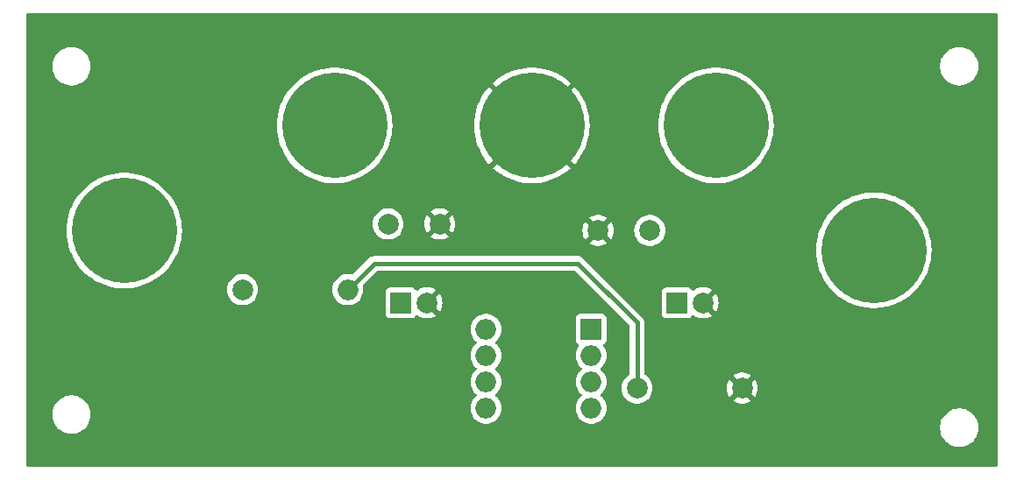
<source format=gbr>
%TF.GenerationSoftware,KiCad,Pcbnew,8.0.4*%
%TF.CreationDate,2024-10-27T12:29:09+01:00*%
%TF.ProjectId,Kicad_Sujet_10,4b696361-645f-4537-956a-65745f31302e,rev?*%
%TF.SameCoordinates,Original*%
%TF.FileFunction,Copper,L2,Bot*%
%TF.FilePolarity,Positive*%
%FSLAX46Y46*%
G04 Gerber Fmt 4.6, Leading zero omitted, Abs format (unit mm)*
G04 Created by KiCad (PCBNEW 8.0.4) date 2024-10-27 12:29:09*
%MOMM*%
%LPD*%
G01*
G04 APERTURE LIST*
%TA.AperFunction,ComponentPad*%
%ADD10R,2.000000X2.000000*%
%TD*%
%TA.AperFunction,ComponentPad*%
%ADD11O,2.000000X2.000000*%
%TD*%
%TA.AperFunction,ComponentPad*%
%ADD12C,2.000000*%
%TD*%
%TA.AperFunction,ComponentPad*%
%ADD13C,10.160000*%
%TD*%
%TA.AperFunction,Conductor*%
%ADD14C,0.400000*%
%TD*%
G04 APERTURE END LIST*
D10*
%TO.P,U1,1,NULL*%
%TO.N,unconnected-(U1-NULL-Pad1)*%
X139085000Y-74940000D03*
D11*
%TO.P,U1,2,-*%
%TO.N,Vs*%
X139085000Y-77480000D03*
%TO.P,U1,3,+*%
%TO.N,Net-(U1-+)*%
X139085000Y-80020000D03*
%TO.P,U1,4,V-*%
%TO.N,-15V*%
X139085000Y-82560000D03*
%TO.P,U1,5,NULL*%
%TO.N,unconnected-(U1-NULL-Pad5)*%
X128925000Y-82560000D03*
%TO.P,U1,6*%
%TO.N,Vs*%
X128925000Y-80020000D03*
%TO.P,U1,7,V+*%
%TO.N,+15V*%
X128925000Y-77480000D03*
%TO.P,U1,8,NC*%
%TO.N,unconnected-(U1-NC-Pad8)*%
X128925000Y-74940000D03*
%TD*%
D12*
%TO.P,R2,1*%
%TO.N,Net-(U1-+)*%
X143510000Y-80645000D03*
%TO.P,R2,2*%
%TO.N,GND*%
X153670000Y-80645000D03*
%TD*%
%TO.P,R1,1*%
%TO.N,Ve*%
X105410000Y-71120000D03*
D11*
%TO.P,R1,2*%
%TO.N,Net-(U1-+)*%
X115570000Y-71120000D03*
%TD*%
D13*
%TO.P,H10,1,1*%
%TO.N,-15V*%
X151130000Y-55245000D03*
%TD*%
%TO.P,H9,1,1*%
%TO.N,GND*%
X133350000Y-55245000D03*
%TD*%
%TO.P,H7,1,1*%
%TO.N,+15V*%
X114300000Y-55245000D03*
%TD*%
%TO.P,H6,1,1*%
%TO.N,Vs*%
X166370000Y-67310000D03*
%TD*%
%TO.P,H5,1,1*%
%TO.N,Ve*%
X93980000Y-65405000D03*
%TD*%
D10*
%TO.P,C4,1*%
%TO.N,-15V*%
X147384888Y-72390000D03*
D12*
%TO.P,C4,2*%
%TO.N,GND*%
X149884888Y-72390000D03*
%TD*%
D10*
%TO.P,C3,1*%
%TO.N,+15V*%
X120714888Y-72390000D03*
D12*
%TO.P,C3,2*%
%TO.N,GND*%
X123214888Y-72390000D03*
%TD*%
%TO.P,C2,1*%
%TO.N,GND*%
X139740000Y-65405000D03*
%TO.P,C2,2*%
%TO.N,-15V*%
X144740000Y-65405000D03*
%TD*%
%TO.P,C1,1*%
%TO.N,+15V*%
X119460000Y-64770000D03*
%TO.P,C1,2*%
%TO.N,GND*%
X124460000Y-64770000D03*
%TD*%
D14*
%TO.N,Net-(U1-+)*%
X143510000Y-74295000D02*
X143510000Y-80645000D01*
X137795000Y-68580000D02*
X143510000Y-74295000D01*
X118110000Y-68580000D02*
X137795000Y-68580000D01*
X115570000Y-71120000D02*
X118110000Y-68580000D01*
%TD*%
%TA.AperFunction,Conductor*%
%TO.N,GND*%
G36*
X178287539Y-44435185D02*
G01*
X178333294Y-44487989D01*
X178344500Y-44539500D01*
X178344500Y-88090500D01*
X178324815Y-88157539D01*
X178272011Y-88203294D01*
X178220500Y-88214500D01*
X84669500Y-88214500D01*
X84602461Y-88194815D01*
X84556706Y-88142011D01*
X84545500Y-88090500D01*
X84545500Y-83063711D01*
X87049500Y-83063711D01*
X87049500Y-83306288D01*
X87081161Y-83546785D01*
X87143947Y-83781104D01*
X87236773Y-84005205D01*
X87236777Y-84005214D01*
X87245066Y-84019571D01*
X87358064Y-84215289D01*
X87358066Y-84215292D01*
X87358067Y-84215293D01*
X87505733Y-84407736D01*
X87505739Y-84407743D01*
X87677256Y-84579260D01*
X87677262Y-84579265D01*
X87869711Y-84726936D01*
X88079788Y-84848224D01*
X88303900Y-84941054D01*
X88538211Y-85003838D01*
X88718586Y-85027584D01*
X88778711Y-85035500D01*
X88778712Y-85035500D01*
X89021289Y-85035500D01*
X89069388Y-85029167D01*
X89261789Y-85003838D01*
X89496100Y-84941054D01*
X89720212Y-84848224D01*
X89930289Y-84726936D01*
X90122738Y-84579265D01*
X90294265Y-84407738D01*
X90351068Y-84333711D01*
X172774500Y-84333711D01*
X172774500Y-84576288D01*
X172806161Y-84816785D01*
X172868947Y-85051104D01*
X172961773Y-85275205D01*
X172961776Y-85275212D01*
X173083064Y-85485289D01*
X173083066Y-85485292D01*
X173083067Y-85485293D01*
X173230733Y-85677736D01*
X173230739Y-85677743D01*
X173402256Y-85849260D01*
X173402262Y-85849265D01*
X173594711Y-85996936D01*
X173804788Y-86118224D01*
X174028900Y-86211054D01*
X174263211Y-86273838D01*
X174443586Y-86297584D01*
X174503711Y-86305500D01*
X174503712Y-86305500D01*
X174746289Y-86305500D01*
X174794388Y-86299167D01*
X174986789Y-86273838D01*
X175221100Y-86211054D01*
X175445212Y-86118224D01*
X175655289Y-85996936D01*
X175847738Y-85849265D01*
X176019265Y-85677738D01*
X176166936Y-85485289D01*
X176288224Y-85275212D01*
X176381054Y-85051100D01*
X176443838Y-84816789D01*
X176475500Y-84576288D01*
X176475500Y-84333712D01*
X176443838Y-84093211D01*
X176381054Y-83858900D01*
X176288224Y-83634788D01*
X176166936Y-83424711D01*
X176019265Y-83232262D01*
X176019260Y-83232256D01*
X175847743Y-83060739D01*
X175847736Y-83060733D01*
X175655293Y-82913067D01*
X175655292Y-82913066D01*
X175655289Y-82913064D01*
X175445212Y-82791776D01*
X175445205Y-82791773D01*
X175221104Y-82698947D01*
X174986785Y-82636161D01*
X174746289Y-82604500D01*
X174746288Y-82604500D01*
X174503712Y-82604500D01*
X174503711Y-82604500D01*
X174263214Y-82636161D01*
X174028895Y-82698947D01*
X173804794Y-82791773D01*
X173804785Y-82791777D01*
X173594706Y-82913067D01*
X173402263Y-83060733D01*
X173402256Y-83060739D01*
X173230739Y-83232256D01*
X173230733Y-83232263D01*
X173083067Y-83424706D01*
X172961777Y-83634785D01*
X172961773Y-83634794D01*
X172868947Y-83858895D01*
X172806161Y-84093214D01*
X172774500Y-84333711D01*
X90351068Y-84333711D01*
X90441936Y-84215289D01*
X90563224Y-84005212D01*
X90656054Y-83781100D01*
X90718838Y-83546789D01*
X90750500Y-83306288D01*
X90750500Y-83063712D01*
X90748547Y-83048881D01*
X90742584Y-83003586D01*
X90718838Y-82823211D01*
X90656054Y-82588900D01*
X90563224Y-82364788D01*
X90441936Y-82154711D01*
X90294265Y-81962262D01*
X90294260Y-81962256D01*
X90122743Y-81790739D01*
X90122736Y-81790733D01*
X89930293Y-81643067D01*
X89930292Y-81643066D01*
X89930289Y-81643064D01*
X89720212Y-81521776D01*
X89720205Y-81521773D01*
X89496104Y-81428947D01*
X89261785Y-81366161D01*
X89021289Y-81334500D01*
X89021288Y-81334500D01*
X88778712Y-81334500D01*
X88778711Y-81334500D01*
X88538214Y-81366161D01*
X88303895Y-81428947D01*
X88079794Y-81521773D01*
X88079785Y-81521777D01*
X87897851Y-81626817D01*
X87883303Y-81635217D01*
X87869706Y-81643067D01*
X87677263Y-81790733D01*
X87677256Y-81790739D01*
X87505739Y-81962256D01*
X87505733Y-81962263D01*
X87358067Y-82154706D01*
X87236777Y-82364785D01*
X87236773Y-82364794D01*
X87143947Y-82588895D01*
X87081161Y-82823214D01*
X87049500Y-83063711D01*
X84545500Y-83063711D01*
X84545500Y-74939994D01*
X127419357Y-74939994D01*
X127419357Y-74940005D01*
X127439890Y-75187812D01*
X127439892Y-75187824D01*
X127500936Y-75428881D01*
X127600826Y-75656606D01*
X127736833Y-75864782D01*
X127736836Y-75864785D01*
X127905256Y-76047738D01*
X127988008Y-76112147D01*
X128028821Y-76168857D01*
X128032496Y-76238630D01*
X127997864Y-76299313D01*
X127988014Y-76307848D01*
X127929400Y-76353469D01*
X127905257Y-76372261D01*
X127736833Y-76555217D01*
X127600826Y-76763393D01*
X127500936Y-76991118D01*
X127439892Y-77232175D01*
X127439890Y-77232187D01*
X127419357Y-77479994D01*
X127419357Y-77480005D01*
X127439890Y-77727812D01*
X127439892Y-77727824D01*
X127500936Y-77968881D01*
X127600826Y-78196606D01*
X127736833Y-78404782D01*
X127736836Y-78404785D01*
X127905256Y-78587738D01*
X127988008Y-78652147D01*
X128028821Y-78708857D01*
X128032496Y-78778630D01*
X127997864Y-78839313D01*
X127988014Y-78847848D01*
X127929400Y-78893469D01*
X127905257Y-78912261D01*
X127736833Y-79095217D01*
X127600826Y-79303393D01*
X127500936Y-79531118D01*
X127439892Y-79772175D01*
X127439890Y-79772187D01*
X127419357Y-80019994D01*
X127419357Y-80020005D01*
X127439890Y-80267812D01*
X127439892Y-80267824D01*
X127500936Y-80508881D01*
X127600826Y-80736606D01*
X127736833Y-80944782D01*
X127736836Y-80944785D01*
X127905256Y-81127738D01*
X127988008Y-81192147D01*
X128028821Y-81248857D01*
X128032496Y-81318630D01*
X127997864Y-81379313D01*
X127988014Y-81387848D01*
X127935212Y-81428946D01*
X127905257Y-81452261D01*
X127736833Y-81635217D01*
X127600826Y-81843393D01*
X127500936Y-82071118D01*
X127439892Y-82312175D01*
X127439890Y-82312187D01*
X127419357Y-82559994D01*
X127419357Y-82560005D01*
X127439890Y-82807812D01*
X127439892Y-82807824D01*
X127500936Y-83048881D01*
X127600826Y-83276606D01*
X127736833Y-83484782D01*
X127736836Y-83484785D01*
X127905256Y-83667738D01*
X128101491Y-83820474D01*
X128320190Y-83938828D01*
X128555386Y-84019571D01*
X128800665Y-84060500D01*
X129049335Y-84060500D01*
X129294614Y-84019571D01*
X129529810Y-83938828D01*
X129748509Y-83820474D01*
X129944744Y-83667738D01*
X130113164Y-83484785D01*
X130249173Y-83276607D01*
X130349063Y-83048881D01*
X130410108Y-82807821D01*
X130410109Y-82807812D01*
X130430643Y-82560005D01*
X130430643Y-82559994D01*
X130410109Y-82312187D01*
X130410107Y-82312175D01*
X130349063Y-82071118D01*
X130249173Y-81843393D01*
X130113166Y-81635217D01*
X130052931Y-81569785D01*
X129944744Y-81452262D01*
X129861991Y-81387852D01*
X129821179Y-81331143D01*
X129817504Y-81261370D01*
X129852136Y-81200687D01*
X129861985Y-81192151D01*
X129944744Y-81127738D01*
X130113164Y-80944785D01*
X130249173Y-80736607D01*
X130349063Y-80508881D01*
X130410108Y-80267821D01*
X130411999Y-80245000D01*
X130430643Y-80020005D01*
X130430643Y-80019994D01*
X130410109Y-79772187D01*
X130410107Y-79772175D01*
X130349063Y-79531118D01*
X130249173Y-79303393D01*
X130113166Y-79095217D01*
X130091557Y-79071744D01*
X129944744Y-78912262D01*
X129861991Y-78847852D01*
X129821179Y-78791143D01*
X129817504Y-78721370D01*
X129852136Y-78660687D01*
X129861985Y-78652151D01*
X129944744Y-78587738D01*
X130113164Y-78404785D01*
X130249173Y-78196607D01*
X130349063Y-77968881D01*
X130410108Y-77727821D01*
X130430643Y-77480000D01*
X130430643Y-77479994D01*
X137579357Y-77479994D01*
X137579357Y-77480005D01*
X137599890Y-77727812D01*
X137599892Y-77727824D01*
X137660936Y-77968881D01*
X137760826Y-78196606D01*
X137896833Y-78404782D01*
X137896836Y-78404785D01*
X138065256Y-78587738D01*
X138148008Y-78652147D01*
X138188821Y-78708857D01*
X138192496Y-78778630D01*
X138157864Y-78839313D01*
X138148014Y-78847848D01*
X138089400Y-78893469D01*
X138065257Y-78912261D01*
X137896833Y-79095217D01*
X137760826Y-79303393D01*
X137660936Y-79531118D01*
X137599892Y-79772175D01*
X137599890Y-79772187D01*
X137579357Y-80019994D01*
X137579357Y-80020005D01*
X137599890Y-80267812D01*
X137599892Y-80267824D01*
X137660936Y-80508881D01*
X137760826Y-80736606D01*
X137896833Y-80944782D01*
X137896836Y-80944785D01*
X138065256Y-81127738D01*
X138148008Y-81192147D01*
X138188821Y-81248857D01*
X138192496Y-81318630D01*
X138157864Y-81379313D01*
X138148014Y-81387848D01*
X138095212Y-81428946D01*
X138065257Y-81452261D01*
X137896833Y-81635217D01*
X137760826Y-81843393D01*
X137660936Y-82071118D01*
X137599892Y-82312175D01*
X137599890Y-82312187D01*
X137579357Y-82559994D01*
X137579357Y-82560005D01*
X137599890Y-82807812D01*
X137599892Y-82807824D01*
X137660936Y-83048881D01*
X137760826Y-83276606D01*
X137896833Y-83484782D01*
X137896836Y-83484785D01*
X138065256Y-83667738D01*
X138261491Y-83820474D01*
X138480190Y-83938828D01*
X138715386Y-84019571D01*
X138960665Y-84060500D01*
X139209335Y-84060500D01*
X139454614Y-84019571D01*
X139689810Y-83938828D01*
X139908509Y-83820474D01*
X140104744Y-83667738D01*
X140273164Y-83484785D01*
X140409173Y-83276607D01*
X140509063Y-83048881D01*
X140570108Y-82807821D01*
X140570109Y-82807812D01*
X140590643Y-82560005D01*
X140590643Y-82559994D01*
X140570109Y-82312187D01*
X140570107Y-82312175D01*
X140509063Y-82071118D01*
X140409173Y-81843393D01*
X140273166Y-81635217D01*
X140212931Y-81569785D01*
X140104744Y-81452262D01*
X140021991Y-81387852D01*
X139981179Y-81331143D01*
X139977504Y-81261370D01*
X140012136Y-81200687D01*
X140021985Y-81192151D01*
X140104744Y-81127738D01*
X140273164Y-80944785D01*
X140409173Y-80736607D01*
X140509063Y-80508881D01*
X140570108Y-80267821D01*
X140571999Y-80245000D01*
X140590643Y-80020005D01*
X140590643Y-80019994D01*
X140570109Y-79772187D01*
X140570107Y-79772175D01*
X140509063Y-79531118D01*
X140409173Y-79303393D01*
X140273166Y-79095217D01*
X140251557Y-79071744D01*
X140104744Y-78912262D01*
X140021991Y-78847852D01*
X139981179Y-78791143D01*
X139977504Y-78721370D01*
X140012136Y-78660687D01*
X140021985Y-78652151D01*
X140104744Y-78587738D01*
X140273164Y-78404785D01*
X140409173Y-78196607D01*
X140509063Y-77968881D01*
X140570108Y-77727821D01*
X140590643Y-77480000D01*
X140570108Y-77232179D01*
X140509063Y-76991119D01*
X140409173Y-76763393D01*
X140278256Y-76563009D01*
X140258070Y-76496122D01*
X140277250Y-76428936D01*
X140322642Y-76386356D01*
X140327323Y-76383798D01*
X140327331Y-76383796D01*
X140442546Y-76297546D01*
X140528796Y-76182331D01*
X140579091Y-76047483D01*
X140585500Y-75987873D01*
X140585499Y-73892128D01*
X140579229Y-73833797D01*
X140579091Y-73832516D01*
X140528797Y-73697671D01*
X140528793Y-73697664D01*
X140442547Y-73582455D01*
X140442544Y-73582452D01*
X140327335Y-73496206D01*
X140327328Y-73496202D01*
X140192482Y-73445908D01*
X140192483Y-73445908D01*
X140132883Y-73439501D01*
X140132881Y-73439500D01*
X140132873Y-73439500D01*
X140132864Y-73439500D01*
X138037129Y-73439500D01*
X138037123Y-73439501D01*
X137977516Y-73445908D01*
X137842671Y-73496202D01*
X137842664Y-73496206D01*
X137727455Y-73582452D01*
X137727452Y-73582455D01*
X137641206Y-73697664D01*
X137641202Y-73697671D01*
X137590908Y-73832517D01*
X137584675Y-73890498D01*
X137584501Y-73892123D01*
X137584500Y-73892135D01*
X137584500Y-75987870D01*
X137584501Y-75987876D01*
X137590908Y-76047483D01*
X137641202Y-76182328D01*
X137641206Y-76182335D01*
X137727452Y-76297544D01*
X137727455Y-76297547D01*
X137842664Y-76383793D01*
X137847361Y-76386358D01*
X137896766Y-76435764D01*
X137911617Y-76504037D01*
X137891742Y-76563011D01*
X137760826Y-76763393D01*
X137660936Y-76991118D01*
X137599892Y-77232175D01*
X137599890Y-77232187D01*
X137579357Y-77479994D01*
X130430643Y-77479994D01*
X130410108Y-77232179D01*
X130349063Y-76991119D01*
X130249173Y-76763393D01*
X130113166Y-76555217D01*
X130058765Y-76496122D01*
X129944744Y-76372262D01*
X129861991Y-76307852D01*
X129821179Y-76251143D01*
X129817504Y-76181370D01*
X129852136Y-76120687D01*
X129861985Y-76112151D01*
X129944744Y-76047738D01*
X130113164Y-75864785D01*
X130249173Y-75656607D01*
X130349063Y-75428881D01*
X130410108Y-75187821D01*
X130430643Y-74940000D01*
X130410108Y-74692179D01*
X130349063Y-74451119D01*
X130249173Y-74223393D01*
X130162466Y-74090677D01*
X130113166Y-74015217D01*
X130065271Y-73963189D01*
X129944744Y-73832262D01*
X129748509Y-73679526D01*
X129748507Y-73679525D01*
X129748506Y-73679524D01*
X129529811Y-73561172D01*
X129529802Y-73561169D01*
X129294616Y-73480429D01*
X129049335Y-73439500D01*
X128800665Y-73439500D01*
X128555383Y-73480429D01*
X128320197Y-73561169D01*
X128320188Y-73561172D01*
X128101493Y-73679524D01*
X127905257Y-73832261D01*
X127736833Y-74015217D01*
X127600826Y-74223393D01*
X127500936Y-74451118D01*
X127439892Y-74692175D01*
X127439890Y-74692187D01*
X127419357Y-74939994D01*
X84545500Y-74939994D01*
X84545500Y-71119994D01*
X103904357Y-71119994D01*
X103904357Y-71120005D01*
X103924890Y-71367812D01*
X103924892Y-71367824D01*
X103985936Y-71608881D01*
X104085826Y-71836606D01*
X104221833Y-72044782D01*
X104221836Y-72044785D01*
X104390256Y-72227738D01*
X104586491Y-72380474D01*
X104604092Y-72389999D01*
X104793962Y-72492752D01*
X104805190Y-72498828D01*
X105040386Y-72579571D01*
X105285665Y-72620500D01*
X105534335Y-72620500D01*
X105779614Y-72579571D01*
X106014810Y-72498828D01*
X106233509Y-72380474D01*
X106429744Y-72227738D01*
X106598164Y-72044785D01*
X106734173Y-71836607D01*
X106834063Y-71608881D01*
X106895108Y-71367821D01*
X106895109Y-71367812D01*
X106915643Y-71120005D01*
X106915643Y-71119994D01*
X114064357Y-71119994D01*
X114064357Y-71120005D01*
X114084890Y-71367812D01*
X114084892Y-71367824D01*
X114145936Y-71608881D01*
X114245826Y-71836606D01*
X114381833Y-72044782D01*
X114381836Y-72044785D01*
X114550256Y-72227738D01*
X114746491Y-72380474D01*
X114764092Y-72389999D01*
X114953962Y-72492752D01*
X114965190Y-72498828D01*
X115200386Y-72579571D01*
X115445665Y-72620500D01*
X115694335Y-72620500D01*
X115939614Y-72579571D01*
X116174810Y-72498828D01*
X116393509Y-72380474D01*
X116589744Y-72227738D01*
X116758164Y-72044785D01*
X116894173Y-71836607D01*
X116994063Y-71608881D01*
X117055108Y-71367821D01*
X117055109Y-71367812D01*
X117057237Y-71342135D01*
X119214388Y-71342135D01*
X119214388Y-73437870D01*
X119214389Y-73437876D01*
X119220796Y-73497483D01*
X119271090Y-73632328D01*
X119271094Y-73632335D01*
X119357340Y-73747544D01*
X119357343Y-73747547D01*
X119472552Y-73833793D01*
X119472559Y-73833797D01*
X119607405Y-73884091D01*
X119607404Y-73884091D01*
X119614332Y-73884835D01*
X119667015Y-73890500D01*
X121762760Y-73890499D01*
X121822371Y-73884091D01*
X121957219Y-73833796D01*
X122072434Y-73747546D01*
X122158684Y-73632331D01*
X122158684Y-73632329D01*
X122160349Y-73630106D01*
X122216283Y-73588235D01*
X122285975Y-73583251D01*
X122335778Y-73606564D01*
X122391650Y-73650051D01*
X122391659Y-73650057D01*
X122610273Y-73768364D01*
X122610284Y-73768369D01*
X122845394Y-73849083D01*
X123090595Y-73890000D01*
X123339181Y-73890000D01*
X123584381Y-73849083D01*
X123819491Y-73768369D01*
X123819502Y-73768364D01*
X124038116Y-73650057D01*
X124038119Y-73650055D01*
X124084944Y-73613609D01*
X123261335Y-72790000D01*
X123267549Y-72790000D01*
X123369282Y-72762741D01*
X123460494Y-72710080D01*
X123534968Y-72635606D01*
X123587629Y-72544394D01*
X123614888Y-72442661D01*
X123614888Y-72436447D01*
X124438322Y-73259882D01*
X124538619Y-73106369D01*
X124638475Y-72878717D01*
X124699500Y-72637738D01*
X124699502Y-72637729D01*
X124720029Y-72390005D01*
X124720029Y-72389994D01*
X124699502Y-72142270D01*
X124699500Y-72142261D01*
X124638475Y-71901282D01*
X124538619Y-71673630D01*
X124438322Y-71520116D01*
X123614888Y-72343551D01*
X123614888Y-72337339D01*
X123587629Y-72235606D01*
X123534968Y-72144394D01*
X123460494Y-72069920D01*
X123369282Y-72017259D01*
X123267549Y-71990000D01*
X123261335Y-71990000D01*
X124084945Y-71166389D01*
X124038117Y-71129943D01*
X123819502Y-71011635D01*
X123819491Y-71011630D01*
X123584381Y-70930916D01*
X123339181Y-70890000D01*
X123090595Y-70890000D01*
X122845394Y-70930916D01*
X122610284Y-71011630D01*
X122610273Y-71011635D01*
X122391656Y-71129944D01*
X122391645Y-71129951D01*
X122335778Y-71173435D01*
X122270784Y-71199078D01*
X122202244Y-71185512D01*
X122160350Y-71149893D01*
X122072435Y-71032455D01*
X122072432Y-71032452D01*
X121957223Y-70946206D01*
X121957216Y-70946202D01*
X121822370Y-70895908D01*
X121822371Y-70895908D01*
X121762771Y-70889501D01*
X121762769Y-70889500D01*
X121762761Y-70889500D01*
X121762752Y-70889500D01*
X119667017Y-70889500D01*
X119667011Y-70889501D01*
X119607404Y-70895908D01*
X119472559Y-70946202D01*
X119472552Y-70946206D01*
X119357343Y-71032452D01*
X119357340Y-71032455D01*
X119271094Y-71147664D01*
X119271090Y-71147671D01*
X119220796Y-71282517D01*
X119214389Y-71342116D01*
X119214388Y-71342135D01*
X117057237Y-71342135D01*
X117075643Y-71120005D01*
X117075643Y-71119994D01*
X117055109Y-70872187D01*
X117055108Y-70872184D01*
X117055108Y-70872179D01*
X117022568Y-70743683D01*
X117025193Y-70673863D01*
X117055091Y-70625564D01*
X118363837Y-69316819D01*
X118425160Y-69283334D01*
X118451518Y-69280500D01*
X137453481Y-69280500D01*
X137520520Y-69300185D01*
X137541162Y-69316819D01*
X142773181Y-74548838D01*
X142806666Y-74610161D01*
X142809500Y-74636519D01*
X142809500Y-79244069D01*
X142789815Y-79311108D01*
X142744518Y-79353123D01*
X142686497Y-79384522D01*
X142686492Y-79384525D01*
X142686491Y-79384526D01*
X142639128Y-79421390D01*
X142490257Y-79537261D01*
X142321833Y-79720217D01*
X142185826Y-79928393D01*
X142085936Y-80156118D01*
X142024892Y-80397175D01*
X142024890Y-80397187D01*
X142004357Y-80644994D01*
X142004357Y-80645005D01*
X142024890Y-80892812D01*
X142024892Y-80892824D01*
X142085936Y-81133881D01*
X142185826Y-81361606D01*
X142321833Y-81569782D01*
X142321836Y-81569785D01*
X142490256Y-81752738D01*
X142686491Y-81905474D01*
X142686493Y-81905475D01*
X142904332Y-82023364D01*
X142905190Y-82023828D01*
X143042941Y-82071118D01*
X143138964Y-82104083D01*
X143140386Y-82104571D01*
X143385665Y-82145500D01*
X143634335Y-82145500D01*
X143879614Y-82104571D01*
X144114810Y-82023828D01*
X144333509Y-81905474D01*
X144529744Y-81752738D01*
X144698164Y-81569785D01*
X144834173Y-81361607D01*
X144934063Y-81133881D01*
X144995108Y-80892821D01*
X145002850Y-80799394D01*
X145015643Y-80645005D01*
X145015643Y-80644994D01*
X152164859Y-80644994D01*
X152164859Y-80645005D01*
X152185385Y-80892729D01*
X152185387Y-80892738D01*
X152246412Y-81133717D01*
X152346266Y-81361364D01*
X152446564Y-81514882D01*
X153270000Y-80691446D01*
X153270000Y-80697661D01*
X153297259Y-80799394D01*
X153349920Y-80890606D01*
X153424394Y-80965080D01*
X153515606Y-81017741D01*
X153617339Y-81045000D01*
X153623553Y-81045000D01*
X152799942Y-81868609D01*
X152846768Y-81905055D01*
X152846770Y-81905056D01*
X153065385Y-82023364D01*
X153065396Y-82023369D01*
X153300506Y-82104083D01*
X153545707Y-82145000D01*
X153794293Y-82145000D01*
X154039493Y-82104083D01*
X154274603Y-82023369D01*
X154274614Y-82023364D01*
X154493228Y-81905057D01*
X154493231Y-81905055D01*
X154540056Y-81868609D01*
X153716447Y-81045000D01*
X153722661Y-81045000D01*
X153824394Y-81017741D01*
X153915606Y-80965080D01*
X153990080Y-80890606D01*
X154042741Y-80799394D01*
X154070000Y-80697661D01*
X154070000Y-80691448D01*
X154893434Y-81514882D01*
X154993731Y-81361369D01*
X155093587Y-81133717D01*
X155154612Y-80892738D01*
X155154614Y-80892729D01*
X155175141Y-80645005D01*
X155175141Y-80644994D01*
X155154614Y-80397270D01*
X155154612Y-80397261D01*
X155093587Y-80156282D01*
X154993731Y-79928630D01*
X154893434Y-79775116D01*
X154070000Y-80598551D01*
X154070000Y-80592339D01*
X154042741Y-80490606D01*
X153990080Y-80399394D01*
X153915606Y-80324920D01*
X153824394Y-80272259D01*
X153722661Y-80245000D01*
X153716448Y-80245000D01*
X154540057Y-79421390D01*
X154540056Y-79421389D01*
X154493229Y-79384943D01*
X154274614Y-79266635D01*
X154274603Y-79266630D01*
X154039493Y-79185916D01*
X153794293Y-79145000D01*
X153545707Y-79145000D01*
X153300506Y-79185916D01*
X153065396Y-79266630D01*
X153065390Y-79266632D01*
X152846761Y-79384949D01*
X152799942Y-79421388D01*
X152799942Y-79421390D01*
X153623553Y-80245000D01*
X153617339Y-80245000D01*
X153515606Y-80272259D01*
X153424394Y-80324920D01*
X153349920Y-80399394D01*
X153297259Y-80490606D01*
X153270000Y-80592339D01*
X153270000Y-80598552D01*
X152446564Y-79775116D01*
X152346267Y-79928632D01*
X152246412Y-80156282D01*
X152185387Y-80397261D01*
X152185385Y-80397270D01*
X152164859Y-80644994D01*
X145015643Y-80644994D01*
X144995109Y-80397187D01*
X144995107Y-80397175D01*
X144934063Y-80156118D01*
X144834173Y-79928393D01*
X144698166Y-79720217D01*
X144676557Y-79696744D01*
X144529744Y-79537262D01*
X144333509Y-79384526D01*
X144275481Y-79353122D01*
X144225891Y-79303904D01*
X144210500Y-79244069D01*
X144210500Y-74226004D01*
X144183581Y-74090677D01*
X144183580Y-74090676D01*
X144183580Y-74090672D01*
X144152325Y-74015215D01*
X144130777Y-73963192D01*
X144054112Y-73848454D01*
X141547793Y-71342135D01*
X145884388Y-71342135D01*
X145884388Y-73437870D01*
X145884389Y-73437876D01*
X145890796Y-73497483D01*
X145941090Y-73632328D01*
X145941094Y-73632335D01*
X146027340Y-73747544D01*
X146027343Y-73747547D01*
X146142552Y-73833793D01*
X146142559Y-73833797D01*
X146277405Y-73884091D01*
X146277404Y-73884091D01*
X146284332Y-73884835D01*
X146337015Y-73890500D01*
X148432760Y-73890499D01*
X148492371Y-73884091D01*
X148627219Y-73833796D01*
X148742434Y-73747546D01*
X148828684Y-73632331D01*
X148828684Y-73632329D01*
X148830349Y-73630106D01*
X148886283Y-73588235D01*
X148955975Y-73583251D01*
X149005778Y-73606564D01*
X149061650Y-73650051D01*
X149061659Y-73650057D01*
X149280273Y-73768364D01*
X149280284Y-73768369D01*
X149515394Y-73849083D01*
X149760595Y-73890000D01*
X150009181Y-73890000D01*
X150254381Y-73849083D01*
X150489491Y-73768369D01*
X150489502Y-73768364D01*
X150708116Y-73650057D01*
X150708119Y-73650055D01*
X150754944Y-73613609D01*
X149931335Y-72790000D01*
X149937549Y-72790000D01*
X150039282Y-72762741D01*
X150130494Y-72710080D01*
X150204968Y-72635606D01*
X150257629Y-72544394D01*
X150284888Y-72442661D01*
X150284888Y-72436448D01*
X151108322Y-73259882D01*
X151208619Y-73106369D01*
X151308475Y-72878717D01*
X151369500Y-72637738D01*
X151369502Y-72637729D01*
X151390029Y-72390005D01*
X151390029Y-72389994D01*
X151369502Y-72142270D01*
X151369500Y-72142261D01*
X151308475Y-71901282D01*
X151208619Y-71673630D01*
X151108322Y-71520116D01*
X150284888Y-72343551D01*
X150284888Y-72337339D01*
X150257629Y-72235606D01*
X150204968Y-72144394D01*
X150130494Y-72069920D01*
X150039282Y-72017259D01*
X149937549Y-71990000D01*
X149931335Y-71990000D01*
X150754945Y-71166389D01*
X150708117Y-71129943D01*
X150489502Y-71011635D01*
X150489491Y-71011630D01*
X150254381Y-70930916D01*
X150009181Y-70890000D01*
X149760595Y-70890000D01*
X149515394Y-70930916D01*
X149280284Y-71011630D01*
X149280273Y-71011635D01*
X149061656Y-71129944D01*
X149061645Y-71129951D01*
X149005778Y-71173435D01*
X148940784Y-71199078D01*
X148872244Y-71185512D01*
X148830350Y-71149893D01*
X148742435Y-71032455D01*
X148742432Y-71032452D01*
X148627223Y-70946206D01*
X148627216Y-70946202D01*
X148492370Y-70895908D01*
X148492371Y-70895908D01*
X148432771Y-70889501D01*
X148432769Y-70889500D01*
X148432761Y-70889500D01*
X148432752Y-70889500D01*
X146337017Y-70889500D01*
X146337011Y-70889501D01*
X146277404Y-70895908D01*
X146142559Y-70946202D01*
X146142552Y-70946206D01*
X146027343Y-71032452D01*
X146027340Y-71032455D01*
X145941094Y-71147664D01*
X145941090Y-71147671D01*
X145890796Y-71282517D01*
X145884389Y-71342116D01*
X145884388Y-71342135D01*
X141547793Y-71342135D01*
X138241545Y-68035887D01*
X138126807Y-67959222D01*
X137999332Y-67906421D01*
X137999322Y-67906418D01*
X137863996Y-67879500D01*
X137863994Y-67879500D01*
X137863993Y-67879500D01*
X118041007Y-67879500D01*
X118041003Y-67879500D01*
X117932590Y-67901065D01*
X117932589Y-67901065D01*
X117919131Y-67903742D01*
X117905673Y-67906419D01*
X117852866Y-67928291D01*
X117852866Y-67928292D01*
X117805774Y-67947798D01*
X117778186Y-67959226D01*
X117768034Y-67966010D01*
X117767923Y-67966084D01*
X117663457Y-68035886D01*
X117663453Y-68035889D01*
X116068269Y-69631072D01*
X116006946Y-69664557D01*
X115944774Y-69660935D01*
X115944584Y-69661687D01*
X115940672Y-69660696D01*
X115940340Y-69660677D01*
X115939619Y-69660429D01*
X115694335Y-69619500D01*
X115445665Y-69619500D01*
X115200383Y-69660429D01*
X114965197Y-69741169D01*
X114965188Y-69741172D01*
X114746493Y-69859524D01*
X114550257Y-70012261D01*
X114381833Y-70195217D01*
X114245826Y-70403393D01*
X114145936Y-70631118D01*
X114084892Y-70872175D01*
X114084890Y-70872187D01*
X114064357Y-71119994D01*
X106915643Y-71119994D01*
X106895109Y-70872187D01*
X106895107Y-70872178D01*
X106863079Y-70745701D01*
X106834063Y-70631118D01*
X106734173Y-70403393D01*
X106598166Y-70195217D01*
X106566895Y-70161248D01*
X106429744Y-70012262D01*
X106233509Y-69859526D01*
X106233507Y-69859525D01*
X106233506Y-69859524D01*
X106014811Y-69741172D01*
X106014802Y-69741169D01*
X105779616Y-69660429D01*
X105534335Y-69619500D01*
X105285665Y-69619500D01*
X105040383Y-69660429D01*
X104805197Y-69741169D01*
X104805188Y-69741172D01*
X104586493Y-69859524D01*
X104390257Y-70012261D01*
X104221833Y-70195217D01*
X104085826Y-70403393D01*
X103985936Y-70631118D01*
X103924892Y-70872175D01*
X103924890Y-70872187D01*
X103904357Y-71119994D01*
X84545500Y-71119994D01*
X84545500Y-65404993D01*
X88394467Y-65404993D01*
X88394467Y-65405006D01*
X88414587Y-65878673D01*
X88474810Y-66348961D01*
X88574696Y-66812432D01*
X88574698Y-66812440D01*
X88713527Y-67265765D01*
X88713529Y-67265770D01*
X88890298Y-67705677D01*
X88890302Y-67705688D01*
X89103741Y-68129018D01*
X89103751Y-68129036D01*
X89352332Y-68532758D01*
X89634256Y-68913944D01*
X89634261Y-68913949D01*
X89634262Y-68913951D01*
X89947489Y-69269846D01*
X90289788Y-69597913D01*
X90289790Y-69597914D01*
X90658654Y-69895751D01*
X90658655Y-69895752D01*
X90809322Y-69997584D01*
X91051464Y-70161244D01*
X91235423Y-70264009D01*
X91465362Y-70392462D01*
X91465384Y-70392473D01*
X91897391Y-70587752D01*
X91897398Y-70587755D01*
X92344429Y-70745701D01*
X92803244Y-70865167D01*
X93270538Y-70945293D01*
X93416774Y-70957739D01*
X93742924Y-70985499D01*
X93742941Y-70985499D01*
X93742943Y-70985500D01*
X93742944Y-70985500D01*
X94217056Y-70985500D01*
X94217057Y-70985500D01*
X94217058Y-70985499D01*
X94217075Y-70985499D01*
X94498242Y-70961567D01*
X94689462Y-70945293D01*
X95156756Y-70865167D01*
X95615571Y-70745701D01*
X96062602Y-70587755D01*
X96494628Y-70392467D01*
X96908536Y-70161244D01*
X97301343Y-69895753D01*
X97670209Y-69597914D01*
X97670211Y-69597913D01*
X97670215Y-69597908D01*
X97670220Y-69597905D01*
X98012510Y-69269847D01*
X98325744Y-68913944D01*
X98607668Y-68532758D01*
X98856249Y-68129036D01*
X99069697Y-67705688D01*
X99228700Y-67309993D01*
X160784467Y-67309993D01*
X160784467Y-67310006D01*
X160804587Y-67783673D01*
X160864810Y-68253961D01*
X160964696Y-68717432D01*
X160964698Y-68717440D01*
X161103527Y-69170765D01*
X161103529Y-69170770D01*
X161280298Y-69610677D01*
X161280302Y-69610688D01*
X161493741Y-70034018D01*
X161493751Y-70034036D01*
X161742332Y-70437758D01*
X162024256Y-70818944D01*
X162024261Y-70818949D01*
X162024262Y-70818951D01*
X162337489Y-71174846D01*
X162679788Y-71502913D01*
X162679790Y-71502914D01*
X163048654Y-71800751D01*
X163048655Y-71800752D01*
X163197395Y-71901282D01*
X163441464Y-72066244D01*
X163577541Y-72142261D01*
X163855362Y-72297462D01*
X163855384Y-72297473D01*
X164287391Y-72492752D01*
X164287398Y-72492755D01*
X164734429Y-72650701D01*
X165193244Y-72770167D01*
X165660538Y-72850293D01*
X165806774Y-72862739D01*
X166132924Y-72890499D01*
X166132941Y-72890499D01*
X166132943Y-72890500D01*
X166132944Y-72890500D01*
X166607056Y-72890500D01*
X166607057Y-72890500D01*
X166607058Y-72890499D01*
X166607075Y-72890499D01*
X166888242Y-72866567D01*
X167079462Y-72850293D01*
X167546756Y-72770167D01*
X168005571Y-72650701D01*
X168452602Y-72492755D01*
X168754810Y-72356148D01*
X168884615Y-72297473D01*
X168884617Y-72297471D01*
X168884628Y-72297467D01*
X169298536Y-72066244D01*
X169691343Y-71800753D01*
X170060209Y-71502914D01*
X170060211Y-71502913D01*
X170060215Y-71502908D01*
X170060220Y-71502905D01*
X170402510Y-71174847D01*
X170715744Y-70818944D01*
X170997668Y-70437758D01*
X171246249Y-70034036D01*
X171459697Y-69610688D01*
X171636473Y-69170763D01*
X171775304Y-68717432D01*
X171875190Y-68253960D01*
X171935411Y-67783686D01*
X171938725Y-67705688D01*
X171955533Y-67310006D01*
X171955533Y-67309993D01*
X171935412Y-66836326D01*
X171935411Y-66836320D01*
X171935411Y-66836314D01*
X171875190Y-66366040D01*
X171775304Y-65902568D01*
X171636473Y-65449237D01*
X171618694Y-65404993D01*
X171459701Y-65009322D01*
X171459697Y-65009311D01*
X171246258Y-64585981D01*
X171246247Y-64585961D01*
X170997668Y-64182242D01*
X170715744Y-63801056D01*
X170402510Y-63445153D01*
X170346184Y-63391169D01*
X170060211Y-63117086D01*
X170060209Y-63117085D01*
X169691345Y-62819248D01*
X169691344Y-62819247D01*
X169298546Y-62553763D01*
X169298536Y-62553756D01*
X169287662Y-62547681D01*
X168884637Y-62322537D01*
X168884615Y-62322526D01*
X168452608Y-62127247D01*
X168005566Y-61969297D01*
X167546754Y-61849832D01*
X167079472Y-61769708D01*
X167079446Y-61769705D01*
X166607075Y-61729500D01*
X166607057Y-61729500D01*
X166132943Y-61729500D01*
X166132924Y-61729500D01*
X165660553Y-61769705D01*
X165660527Y-61769708D01*
X165193245Y-61849832D01*
X164734433Y-61969297D01*
X164287391Y-62127247D01*
X163855384Y-62322526D01*
X163855362Y-62322537D01*
X163441472Y-62553751D01*
X163441453Y-62553763D01*
X163048655Y-62819247D01*
X163048654Y-62819248D01*
X162679790Y-63117085D01*
X162679788Y-63117086D01*
X162337489Y-63445153D01*
X162024262Y-63801048D01*
X161742331Y-64182243D01*
X161493752Y-64585961D01*
X161493741Y-64585981D01*
X161280302Y-65009311D01*
X161280298Y-65009322D01*
X161103529Y-65449229D01*
X161103527Y-65449234D01*
X160964698Y-65902559D01*
X160964696Y-65902567D01*
X160864810Y-66366038D01*
X160804587Y-66836326D01*
X160784467Y-67309993D01*
X99228700Y-67309993D01*
X99246473Y-67265763D01*
X99385304Y-66812432D01*
X99485190Y-66348960D01*
X99545411Y-65878686D01*
X99545452Y-65877738D01*
X99565533Y-65405006D01*
X99565533Y-65404993D01*
X99545412Y-64931326D01*
X99545411Y-64931320D01*
X99545411Y-64931314D01*
X99524753Y-64769994D01*
X117954357Y-64769994D01*
X117954357Y-64770005D01*
X117974890Y-65017812D01*
X117974892Y-65017824D01*
X118035936Y-65258881D01*
X118135826Y-65486606D01*
X118271833Y-65694782D01*
X118271836Y-65694785D01*
X118440256Y-65877738D01*
X118636491Y-66030474D01*
X118636493Y-66030475D01*
X118854332Y-66148364D01*
X118855190Y-66148828D01*
X119074141Y-66223994D01*
X119088964Y-66229083D01*
X119090386Y-66229571D01*
X119335665Y-66270500D01*
X119584335Y-66270500D01*
X119829614Y-66229571D01*
X120064810Y-66148828D01*
X120283509Y-66030474D01*
X120479744Y-65877738D01*
X120648164Y-65694785D01*
X120784173Y-65486607D01*
X120884063Y-65258881D01*
X120945108Y-65017821D01*
X120945292Y-65015606D01*
X120965643Y-64770005D01*
X120965643Y-64769994D01*
X122954859Y-64769994D01*
X122954859Y-64770005D01*
X122975385Y-65017729D01*
X122975387Y-65017738D01*
X123036412Y-65258717D01*
X123136266Y-65486364D01*
X123236564Y-65639882D01*
X124060000Y-64816446D01*
X124060000Y-64822661D01*
X124087259Y-64924394D01*
X124139920Y-65015606D01*
X124214394Y-65090080D01*
X124305606Y-65142741D01*
X124407339Y-65170000D01*
X124413553Y-65170000D01*
X123589942Y-65993609D01*
X123636768Y-66030055D01*
X123636770Y-66030056D01*
X123855385Y-66148364D01*
X123855396Y-66148369D01*
X124090506Y-66229083D01*
X124335707Y-66270000D01*
X124584293Y-66270000D01*
X124829493Y-66229083D01*
X125064603Y-66148369D01*
X125064614Y-66148364D01*
X125283228Y-66030057D01*
X125283231Y-66030055D01*
X125330056Y-65993609D01*
X124506447Y-65170000D01*
X124512661Y-65170000D01*
X124614394Y-65142741D01*
X124705606Y-65090080D01*
X124780080Y-65015606D01*
X124832741Y-64924394D01*
X124860000Y-64822661D01*
X124860000Y-64816448D01*
X125683434Y-65639882D01*
X125783731Y-65486369D01*
X125819425Y-65404994D01*
X138234859Y-65404994D01*
X138234859Y-65405005D01*
X138255385Y-65652729D01*
X138255387Y-65652738D01*
X138316412Y-65893717D01*
X138416266Y-66121364D01*
X138516564Y-66274882D01*
X139340000Y-65451446D01*
X139340000Y-65457661D01*
X139367259Y-65559394D01*
X139419920Y-65650606D01*
X139494394Y-65725080D01*
X139585606Y-65777741D01*
X139687339Y-65805000D01*
X139693553Y-65805000D01*
X138869942Y-66628609D01*
X138916768Y-66665055D01*
X138916770Y-66665056D01*
X139135385Y-66783364D01*
X139135396Y-66783369D01*
X139370506Y-66864083D01*
X139615707Y-66905000D01*
X139864293Y-66905000D01*
X140109493Y-66864083D01*
X140344603Y-66783369D01*
X140344614Y-66783364D01*
X140563228Y-66665057D01*
X140563231Y-66665055D01*
X140610056Y-66628609D01*
X139786447Y-65805000D01*
X139792661Y-65805000D01*
X139894394Y-65777741D01*
X139985606Y-65725080D01*
X140060080Y-65650606D01*
X140112741Y-65559394D01*
X140140000Y-65457661D01*
X140140000Y-65451448D01*
X140963434Y-66274882D01*
X141063731Y-66121369D01*
X141163587Y-65893717D01*
X141224612Y-65652738D01*
X141224614Y-65652729D01*
X141245141Y-65405005D01*
X141245141Y-65404994D01*
X143234357Y-65404994D01*
X143234357Y-65405005D01*
X143254890Y-65652812D01*
X143254892Y-65652824D01*
X143315936Y-65893881D01*
X143415826Y-66121606D01*
X143551833Y-66329782D01*
X143551836Y-66329785D01*
X143720256Y-66512738D01*
X143916491Y-66665474D01*
X143916493Y-66665475D01*
X144134332Y-66783364D01*
X144135190Y-66783828D01*
X144354141Y-66858994D01*
X144368964Y-66864083D01*
X144370386Y-66864571D01*
X144615665Y-66905500D01*
X144864335Y-66905500D01*
X145109614Y-66864571D01*
X145344810Y-66783828D01*
X145563509Y-66665474D01*
X145759744Y-66512738D01*
X145928164Y-66329785D01*
X146064173Y-66121607D01*
X146164063Y-65893881D01*
X146225108Y-65652821D01*
X146238901Y-65486364D01*
X146245643Y-65405005D01*
X146245643Y-65404994D01*
X146225109Y-65157187D01*
X146225107Y-65157175D01*
X146164063Y-64916118D01*
X146064173Y-64688393D01*
X145928166Y-64480217D01*
X145906557Y-64456744D01*
X145759744Y-64297262D01*
X145563509Y-64144526D01*
X145563507Y-64144525D01*
X145563506Y-64144524D01*
X145344811Y-64026172D01*
X145344802Y-64026169D01*
X145109616Y-63945429D01*
X144864335Y-63904500D01*
X144615665Y-63904500D01*
X144370383Y-63945429D01*
X144135197Y-64026169D01*
X144135188Y-64026172D01*
X143916493Y-64144524D01*
X143720257Y-64297261D01*
X143551833Y-64480217D01*
X143415826Y-64688393D01*
X143315936Y-64916118D01*
X143254892Y-65157175D01*
X143254890Y-65157187D01*
X143234357Y-65404994D01*
X141245141Y-65404994D01*
X141224614Y-65157270D01*
X141224612Y-65157261D01*
X141163587Y-64916282D01*
X141063731Y-64688630D01*
X140963434Y-64535116D01*
X140140000Y-65358551D01*
X140140000Y-65352339D01*
X140112741Y-65250606D01*
X140060080Y-65159394D01*
X139985606Y-65084920D01*
X139894394Y-65032259D01*
X139792661Y-65005000D01*
X139786448Y-65005000D01*
X140610057Y-64181390D01*
X140610056Y-64181389D01*
X140563229Y-64144943D01*
X140344614Y-64026635D01*
X140344603Y-64026630D01*
X140109493Y-63945916D01*
X139864293Y-63905000D01*
X139615707Y-63905000D01*
X139370506Y-63945916D01*
X139135396Y-64026630D01*
X139135390Y-64026632D01*
X138916761Y-64144949D01*
X138869942Y-64181388D01*
X138869942Y-64181390D01*
X139693553Y-65005000D01*
X139687339Y-65005000D01*
X139585606Y-65032259D01*
X139494394Y-65084920D01*
X139419920Y-65159394D01*
X139367259Y-65250606D01*
X139340000Y-65352339D01*
X139340000Y-65358552D01*
X138516564Y-64535116D01*
X138416267Y-64688632D01*
X138316412Y-64916282D01*
X138255387Y-65157261D01*
X138255385Y-65157270D01*
X138234859Y-65404994D01*
X125819425Y-65404994D01*
X125883587Y-65258717D01*
X125944612Y-65017738D01*
X125944614Y-65017729D01*
X125965141Y-64770005D01*
X125965141Y-64769994D01*
X125944614Y-64522270D01*
X125944612Y-64522261D01*
X125883587Y-64281282D01*
X125783731Y-64053630D01*
X125683434Y-63900116D01*
X124860000Y-64723551D01*
X124860000Y-64717339D01*
X124832741Y-64615606D01*
X124780080Y-64524394D01*
X124705606Y-64449920D01*
X124614394Y-64397259D01*
X124512661Y-64370000D01*
X124506448Y-64370000D01*
X125330057Y-63546390D01*
X125330056Y-63546389D01*
X125283229Y-63509943D01*
X125064614Y-63391635D01*
X125064603Y-63391630D01*
X124829493Y-63310916D01*
X124584293Y-63270000D01*
X124335707Y-63270000D01*
X124090506Y-63310916D01*
X123855396Y-63391630D01*
X123855390Y-63391632D01*
X123636761Y-63509949D01*
X123589942Y-63546388D01*
X123589942Y-63546390D01*
X124413553Y-64370000D01*
X124407339Y-64370000D01*
X124305606Y-64397259D01*
X124214394Y-64449920D01*
X124139920Y-64524394D01*
X124087259Y-64615606D01*
X124060000Y-64717339D01*
X124060000Y-64723552D01*
X123236564Y-63900116D01*
X123136267Y-64053632D01*
X123036412Y-64281282D01*
X122975387Y-64522261D01*
X122975385Y-64522270D01*
X122954859Y-64769994D01*
X120965643Y-64769994D01*
X120945109Y-64522187D01*
X120945107Y-64522175D01*
X120884063Y-64281118D01*
X120784173Y-64053393D01*
X120648166Y-63845217D01*
X120607505Y-63801048D01*
X120479744Y-63662262D01*
X120283509Y-63509526D01*
X120283507Y-63509525D01*
X120283506Y-63509524D01*
X120064811Y-63391172D01*
X120064802Y-63391169D01*
X119829616Y-63310429D01*
X119584335Y-63269500D01*
X119335665Y-63269500D01*
X119090383Y-63310429D01*
X118855197Y-63391169D01*
X118855188Y-63391172D01*
X118636493Y-63509524D01*
X118440257Y-63662261D01*
X118271833Y-63845217D01*
X118135826Y-64053393D01*
X118035936Y-64281118D01*
X117974892Y-64522175D01*
X117974890Y-64522187D01*
X117954357Y-64769994D01*
X99524753Y-64769994D01*
X99485190Y-64461040D01*
X99385304Y-63997568D01*
X99246473Y-63544237D01*
X99185151Y-63391632D01*
X99069701Y-63104322D01*
X99069697Y-63104311D01*
X98856258Y-62680981D01*
X98856247Y-62680961D01*
X98635557Y-62322537D01*
X98607668Y-62277242D01*
X98325744Y-61896056D01*
X98012510Y-61540153D01*
X97670220Y-61212095D01*
X97670211Y-61212086D01*
X97670209Y-61212085D01*
X97301345Y-60914248D01*
X97301344Y-60914247D01*
X96908546Y-60648763D01*
X96908536Y-60648756D01*
X96897662Y-60642681D01*
X96494637Y-60417537D01*
X96494615Y-60417526D01*
X96062608Y-60222247D01*
X95615566Y-60064297D01*
X95156754Y-59944832D01*
X94689472Y-59864708D01*
X94689446Y-59864705D01*
X94217075Y-59824500D01*
X94217057Y-59824500D01*
X93742943Y-59824500D01*
X93742924Y-59824500D01*
X93270553Y-59864705D01*
X93270527Y-59864708D01*
X92803245Y-59944832D01*
X92344433Y-60064297D01*
X91897391Y-60222247D01*
X91465384Y-60417526D01*
X91465362Y-60417537D01*
X91051472Y-60648751D01*
X91051453Y-60648763D01*
X90658655Y-60914247D01*
X90658654Y-60914248D01*
X90289790Y-61212085D01*
X90289788Y-61212086D01*
X89947489Y-61540153D01*
X89634262Y-61896048D01*
X89352331Y-62277243D01*
X89103752Y-62680961D01*
X89103741Y-62680981D01*
X88890302Y-63104311D01*
X88890298Y-63104322D01*
X88713529Y-63544229D01*
X88713527Y-63544234D01*
X88574698Y-63997559D01*
X88574696Y-63997567D01*
X88474810Y-64461038D01*
X88414587Y-64931326D01*
X88394467Y-65404993D01*
X84545500Y-65404993D01*
X84545500Y-55244993D01*
X108714467Y-55244993D01*
X108714467Y-55245006D01*
X108734587Y-55718673D01*
X108794810Y-56188961D01*
X108894696Y-56652432D01*
X108894698Y-56652440D01*
X109033527Y-57105765D01*
X109033529Y-57105770D01*
X109210298Y-57545677D01*
X109210302Y-57545688D01*
X109423741Y-57969018D01*
X109423751Y-57969036D01*
X109672332Y-58372758D01*
X109954256Y-58753944D01*
X109954261Y-58753949D01*
X109954262Y-58753951D01*
X110267489Y-59109846D01*
X110609788Y-59437913D01*
X110609790Y-59437914D01*
X110978654Y-59735751D01*
X110978655Y-59735752D01*
X111129322Y-59837584D01*
X111371464Y-60001244D01*
X111484334Y-60064297D01*
X111785362Y-60232462D01*
X111785384Y-60232473D01*
X112194784Y-60417533D01*
X112217398Y-60427755D01*
X112664429Y-60585701D01*
X113123244Y-60705167D01*
X113590538Y-60785293D01*
X113736774Y-60797739D01*
X114062924Y-60825499D01*
X114062941Y-60825499D01*
X114062943Y-60825500D01*
X114062944Y-60825500D01*
X114537056Y-60825500D01*
X114537057Y-60825500D01*
X114537058Y-60825499D01*
X114537075Y-60825499D01*
X114818242Y-60801567D01*
X115009462Y-60785293D01*
X115476756Y-60705167D01*
X115935571Y-60585701D01*
X116382602Y-60427755D01*
X116814628Y-60232467D01*
X117228536Y-60001244D01*
X117621343Y-59735753D01*
X117990209Y-59437914D01*
X117990211Y-59437913D01*
X117990215Y-59437908D01*
X117990220Y-59437905D01*
X118332510Y-59109847D01*
X118645744Y-58753944D01*
X118927668Y-58372758D01*
X119176249Y-57969036D01*
X119389697Y-57545688D01*
X119566473Y-57105763D01*
X119705304Y-56652432D01*
X119805190Y-56188960D01*
X119865411Y-55718686D01*
X119865414Y-55718631D01*
X119885533Y-55245006D01*
X119885533Y-55244993D01*
X127764968Y-55244993D01*
X127764968Y-55245006D01*
X127785086Y-55718631D01*
X127845304Y-56188874D01*
X127945181Y-56652306D01*
X127945183Y-56652314D01*
X128083999Y-57105598D01*
X128084004Y-57105612D01*
X128260755Y-57545471D01*
X128260759Y-57545482D01*
X128474179Y-57968774D01*
X128474189Y-57968794D01*
X128722750Y-58372481D01*
X129004648Y-58753633D01*
X129004654Y-58753641D01*
X129230825Y-59010620D01*
X129230826Y-59010620D01*
X131022818Y-57218627D01*
X131072208Y-57280560D01*
X131314440Y-57522792D01*
X131376371Y-57572180D01*
X129583983Y-59364568D01*
X129660120Y-59437537D01*
X129660122Y-59437538D01*
X130028952Y-59735348D01*
X130028953Y-59735349D01*
X130421716Y-60000809D01*
X130421735Y-60000821D01*
X130835588Y-60232014D01*
X130835610Y-60232025D01*
X131267579Y-60427288D01*
X131267585Y-60427290D01*
X131714579Y-60585223D01*
X132173351Y-60704677D01*
X132640597Y-60784795D01*
X132640605Y-60784796D01*
X133112946Y-60824999D01*
X133112966Y-60825000D01*
X133587034Y-60825000D01*
X133587053Y-60824999D01*
X134059394Y-60784796D01*
X134059402Y-60784795D01*
X134526648Y-60704677D01*
X134985420Y-60585223D01*
X135432414Y-60427290D01*
X135432420Y-60427288D01*
X135864389Y-60232025D01*
X135864411Y-60232014D01*
X136278264Y-60000821D01*
X136278283Y-60000809D01*
X136671039Y-59735353D01*
X137039886Y-59437531D01*
X137116015Y-59364568D01*
X135323628Y-57572181D01*
X135385560Y-57522792D01*
X135627792Y-57280560D01*
X135677181Y-57218628D01*
X137469173Y-59010620D01*
X137695346Y-58753638D01*
X137695360Y-58753621D01*
X137977249Y-58372481D01*
X138225810Y-57968794D01*
X138225820Y-57968774D01*
X138439240Y-57545482D01*
X138439244Y-57545471D01*
X138615995Y-57105612D01*
X138616000Y-57105598D01*
X138754816Y-56652314D01*
X138754818Y-56652306D01*
X138854695Y-56188874D01*
X138914913Y-55718631D01*
X138935032Y-55245006D01*
X138935032Y-55244993D01*
X145544467Y-55244993D01*
X145544467Y-55245006D01*
X145564587Y-55718673D01*
X145624810Y-56188961D01*
X145724696Y-56652432D01*
X145724698Y-56652440D01*
X145863527Y-57105765D01*
X145863529Y-57105770D01*
X146040298Y-57545677D01*
X146040302Y-57545688D01*
X146253741Y-57969018D01*
X146253751Y-57969036D01*
X146502332Y-58372758D01*
X146784256Y-58753944D01*
X146784261Y-58753949D01*
X146784262Y-58753951D01*
X147097489Y-59109846D01*
X147439788Y-59437913D01*
X147439790Y-59437914D01*
X147808654Y-59735751D01*
X147808655Y-59735752D01*
X147959322Y-59837584D01*
X148201464Y-60001244D01*
X148314334Y-60064297D01*
X148615362Y-60232462D01*
X148615384Y-60232473D01*
X149024784Y-60417533D01*
X149047398Y-60427755D01*
X149494429Y-60585701D01*
X149953244Y-60705167D01*
X150420538Y-60785293D01*
X150566774Y-60797739D01*
X150892924Y-60825499D01*
X150892941Y-60825499D01*
X150892943Y-60825500D01*
X150892944Y-60825500D01*
X151367056Y-60825500D01*
X151367057Y-60825500D01*
X151367058Y-60825499D01*
X151367075Y-60825499D01*
X151648242Y-60801567D01*
X151839462Y-60785293D01*
X152306756Y-60705167D01*
X152765571Y-60585701D01*
X153212602Y-60427755D01*
X153644628Y-60232467D01*
X154058536Y-60001244D01*
X154451343Y-59735753D01*
X154820209Y-59437914D01*
X154820211Y-59437913D01*
X154820215Y-59437908D01*
X154820220Y-59437905D01*
X155162510Y-59109847D01*
X155475744Y-58753944D01*
X155757668Y-58372758D01*
X156006249Y-57969036D01*
X156219697Y-57545688D01*
X156396473Y-57105763D01*
X156535304Y-56652432D01*
X156635190Y-56188960D01*
X156695411Y-55718686D01*
X156695414Y-55718631D01*
X156715533Y-55245006D01*
X156715533Y-55244993D01*
X156695412Y-54771326D01*
X156695411Y-54771320D01*
X156695411Y-54771314D01*
X156635190Y-54301040D01*
X156535304Y-53837568D01*
X156396473Y-53384237D01*
X156219697Y-52944312D01*
X156219697Y-52944311D01*
X156006258Y-52520981D01*
X156006247Y-52520961D01*
X155805545Y-52195000D01*
X155757668Y-52117242D01*
X155475744Y-51736056D01*
X155162510Y-51380153D01*
X154820211Y-51052086D01*
X154820209Y-51052085D01*
X154451345Y-50754248D01*
X154451344Y-50754247D01*
X154058546Y-50488763D01*
X154058536Y-50488756D01*
X154047662Y-50482681D01*
X153644637Y-50257537D01*
X153644615Y-50257526D01*
X153212608Y-50062247D01*
X152765566Y-49904297D01*
X152306754Y-49784832D01*
X151839472Y-49704708D01*
X151839446Y-49704705D01*
X151367075Y-49664500D01*
X151367057Y-49664500D01*
X150892943Y-49664500D01*
X150892924Y-49664500D01*
X150420553Y-49704705D01*
X150420527Y-49704708D01*
X149953245Y-49784832D01*
X149494433Y-49904297D01*
X149047391Y-50062247D01*
X148615384Y-50257526D01*
X148615362Y-50257537D01*
X148201472Y-50488751D01*
X148201453Y-50488763D01*
X147808655Y-50754247D01*
X147808654Y-50754248D01*
X147439790Y-51052085D01*
X147439788Y-51052086D01*
X147097489Y-51380153D01*
X146784262Y-51736048D01*
X146502331Y-52117243D01*
X146253752Y-52520961D01*
X146253741Y-52520981D01*
X146040302Y-52944311D01*
X146040298Y-52944322D01*
X145863529Y-53384229D01*
X145863527Y-53384234D01*
X145724698Y-53837559D01*
X145724696Y-53837567D01*
X145624810Y-54301038D01*
X145564587Y-54771326D01*
X145544467Y-55244993D01*
X138935032Y-55244993D01*
X138914913Y-54771368D01*
X138854695Y-54301125D01*
X138754818Y-53837693D01*
X138754816Y-53837685D01*
X138616000Y-53384401D01*
X138615995Y-53384387D01*
X138439244Y-52944528D01*
X138439240Y-52944517D01*
X138225820Y-52521225D01*
X138225810Y-52521205D01*
X137977249Y-52117518D01*
X137695351Y-51736366D01*
X137695345Y-51736358D01*
X137469173Y-51479378D01*
X135677180Y-53271371D01*
X135627792Y-53209440D01*
X135385560Y-52967208D01*
X135323627Y-52917818D01*
X137116015Y-51125430D01*
X137039879Y-51052462D01*
X137039877Y-51052461D01*
X136671047Y-50754651D01*
X136671046Y-50754650D01*
X136278283Y-50489190D01*
X136278264Y-50489178D01*
X135864411Y-50257985D01*
X135864389Y-50257974D01*
X135432420Y-50062711D01*
X135432414Y-50062709D01*
X134985420Y-49904776D01*
X134526648Y-49785322D01*
X134059402Y-49705204D01*
X134059394Y-49705203D01*
X133587053Y-49665000D01*
X133112946Y-49665000D01*
X132640605Y-49705203D01*
X132640597Y-49705204D01*
X132173351Y-49785322D01*
X131714579Y-49904776D01*
X131267585Y-50062709D01*
X131267579Y-50062711D01*
X130835610Y-50257974D01*
X130835588Y-50257985D01*
X130421735Y-50489178D01*
X130421716Y-50489190D01*
X130028953Y-50754650D01*
X130028952Y-50754651D01*
X129660123Y-51052460D01*
X129660107Y-51052474D01*
X129583984Y-51125431D01*
X131376371Y-52917819D01*
X131314440Y-52967208D01*
X131072208Y-53209440D01*
X131022819Y-53271371D01*
X129230826Y-51479379D01*
X129004648Y-51736366D01*
X129004645Y-51736370D01*
X128722750Y-52117518D01*
X128474189Y-52521205D01*
X128474179Y-52521225D01*
X128260759Y-52944517D01*
X128260755Y-52944528D01*
X128084004Y-53384387D01*
X128083999Y-53384401D01*
X127945183Y-53837685D01*
X127945181Y-53837693D01*
X127845304Y-54301125D01*
X127785086Y-54771368D01*
X127764968Y-55244993D01*
X119885533Y-55244993D01*
X119865412Y-54771326D01*
X119865411Y-54771320D01*
X119865411Y-54771314D01*
X119805190Y-54301040D01*
X119705304Y-53837568D01*
X119566473Y-53384237D01*
X119389697Y-52944312D01*
X119389697Y-52944311D01*
X119176258Y-52520981D01*
X119176247Y-52520961D01*
X118975545Y-52195000D01*
X118927668Y-52117242D01*
X118645744Y-51736056D01*
X118332510Y-51380153D01*
X117990211Y-51052086D01*
X117990209Y-51052085D01*
X117621345Y-50754248D01*
X117621344Y-50754247D01*
X117228546Y-50488763D01*
X117228536Y-50488756D01*
X117217662Y-50482681D01*
X116814637Y-50257537D01*
X116814615Y-50257526D01*
X116382608Y-50062247D01*
X115935566Y-49904297D01*
X115476754Y-49784832D01*
X115009472Y-49704708D01*
X115009446Y-49704705D01*
X114537075Y-49664500D01*
X114537057Y-49664500D01*
X114062943Y-49664500D01*
X114062924Y-49664500D01*
X113590553Y-49704705D01*
X113590527Y-49704708D01*
X113123245Y-49784832D01*
X112664433Y-49904297D01*
X112217391Y-50062247D01*
X111785384Y-50257526D01*
X111785362Y-50257537D01*
X111371472Y-50488751D01*
X111371453Y-50488763D01*
X110978655Y-50754247D01*
X110978654Y-50754248D01*
X110609790Y-51052085D01*
X110609788Y-51052086D01*
X110267489Y-51380153D01*
X109954262Y-51736048D01*
X109672331Y-52117243D01*
X109423752Y-52520961D01*
X109423741Y-52520981D01*
X109210302Y-52944311D01*
X109210298Y-52944322D01*
X109033529Y-53384229D01*
X109033527Y-53384234D01*
X108894698Y-53837559D01*
X108894696Y-53837567D01*
X108794810Y-54301038D01*
X108734587Y-54771326D01*
X108714467Y-55244993D01*
X84545500Y-55244993D01*
X84545500Y-49408711D01*
X87049500Y-49408711D01*
X87049500Y-49651288D01*
X87081161Y-49891785D01*
X87143947Y-50126104D01*
X87198384Y-50257526D01*
X87236776Y-50350212D01*
X87358064Y-50560289D01*
X87358066Y-50560292D01*
X87358067Y-50560293D01*
X87505733Y-50752736D01*
X87505739Y-50752743D01*
X87677256Y-50924260D01*
X87677262Y-50924265D01*
X87869711Y-51071936D01*
X88079788Y-51193224D01*
X88303900Y-51286054D01*
X88538211Y-51348838D01*
X88718586Y-51372584D01*
X88778711Y-51380500D01*
X88778712Y-51380500D01*
X89021289Y-51380500D01*
X89069388Y-51374167D01*
X89261789Y-51348838D01*
X89496100Y-51286054D01*
X89720212Y-51193224D01*
X89930289Y-51071936D01*
X90122738Y-50924265D01*
X90294265Y-50752738D01*
X90441936Y-50560289D01*
X90563224Y-50350212D01*
X90656054Y-50126100D01*
X90718838Y-49891789D01*
X90750500Y-49651288D01*
X90750500Y-49408712D01*
X90750500Y-49408711D01*
X172774500Y-49408711D01*
X172774500Y-49651288D01*
X172806161Y-49891785D01*
X172868947Y-50126104D01*
X172923384Y-50257526D01*
X172961776Y-50350212D01*
X173083064Y-50560289D01*
X173083066Y-50560292D01*
X173083067Y-50560293D01*
X173230733Y-50752736D01*
X173230739Y-50752743D01*
X173402256Y-50924260D01*
X173402262Y-50924265D01*
X173594711Y-51071936D01*
X173804788Y-51193224D01*
X174028900Y-51286054D01*
X174263211Y-51348838D01*
X174443586Y-51372584D01*
X174503711Y-51380500D01*
X174503712Y-51380500D01*
X174746289Y-51380500D01*
X174794388Y-51374167D01*
X174986789Y-51348838D01*
X175221100Y-51286054D01*
X175445212Y-51193224D01*
X175655289Y-51071936D01*
X175847738Y-50924265D01*
X176019265Y-50752738D01*
X176166936Y-50560289D01*
X176288224Y-50350212D01*
X176381054Y-50126100D01*
X176443838Y-49891789D01*
X176475500Y-49651288D01*
X176475500Y-49408712D01*
X176443838Y-49168211D01*
X176381054Y-48933900D01*
X176288224Y-48709788D01*
X176166936Y-48499711D01*
X176019265Y-48307262D01*
X176019260Y-48307256D01*
X175847743Y-48135739D01*
X175847736Y-48135733D01*
X175655293Y-47988067D01*
X175655292Y-47988066D01*
X175655289Y-47988064D01*
X175445212Y-47866776D01*
X175445205Y-47866773D01*
X175221104Y-47773947D01*
X174986785Y-47711161D01*
X174746289Y-47679500D01*
X174746288Y-47679500D01*
X174503712Y-47679500D01*
X174503711Y-47679500D01*
X174263214Y-47711161D01*
X174028895Y-47773947D01*
X173804794Y-47866773D01*
X173804785Y-47866777D01*
X173594706Y-47988067D01*
X173402263Y-48135733D01*
X173402256Y-48135739D01*
X173230739Y-48307256D01*
X173230733Y-48307263D01*
X173083067Y-48499706D01*
X172961777Y-48709785D01*
X172961773Y-48709794D01*
X172868947Y-48933895D01*
X172806161Y-49168214D01*
X172774500Y-49408711D01*
X90750500Y-49408711D01*
X90718838Y-49168211D01*
X90656054Y-48933900D01*
X90563224Y-48709788D01*
X90441936Y-48499711D01*
X90294265Y-48307262D01*
X90294260Y-48307256D01*
X90122743Y-48135739D01*
X90122736Y-48135733D01*
X89930293Y-47988067D01*
X89930292Y-47988066D01*
X89930289Y-47988064D01*
X89720212Y-47866776D01*
X89720205Y-47866773D01*
X89496104Y-47773947D01*
X89261785Y-47711161D01*
X89021289Y-47679500D01*
X89021288Y-47679500D01*
X88778712Y-47679500D01*
X88778711Y-47679500D01*
X88538214Y-47711161D01*
X88303895Y-47773947D01*
X88079794Y-47866773D01*
X88079785Y-47866777D01*
X87869706Y-47988067D01*
X87677263Y-48135733D01*
X87677256Y-48135739D01*
X87505739Y-48307256D01*
X87505733Y-48307263D01*
X87358067Y-48499706D01*
X87236777Y-48709785D01*
X87236773Y-48709794D01*
X87143947Y-48933895D01*
X87081161Y-49168214D01*
X87049500Y-49408711D01*
X84545500Y-49408711D01*
X84545500Y-44539500D01*
X84565185Y-44472461D01*
X84617989Y-44426706D01*
X84669500Y-44415500D01*
X178220500Y-44415500D01*
X178287539Y-44435185D01*
G37*
%TD.AperFunction*%
%TD*%
M02*

</source>
